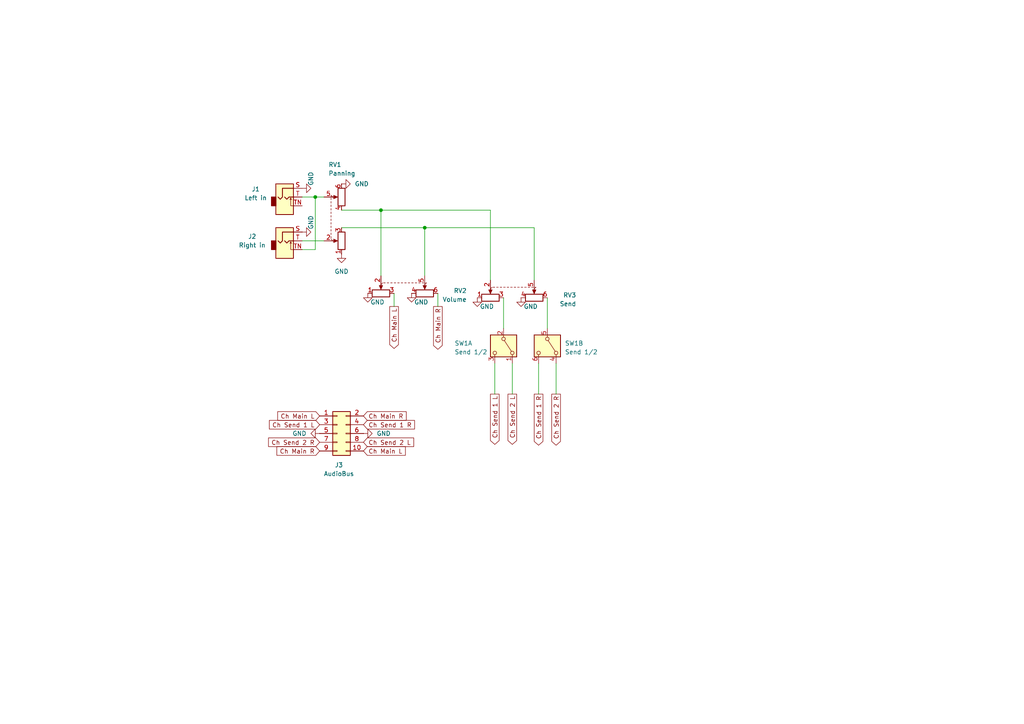
<source format=kicad_sch>
(kicad_sch (version 20231120) (generator "eeschema") (generator_version "8.0")
  (paper "A4")
  (lib_symbols
    (symbol "Connector_Audio:AudioJack2_SwitchT"
      (property "Reference" "J" (at 0 8.89 0))
      (property "Value" "AudioJack2_SwitchT" (at 0 6.35 0))
      (symbol "AudioJack2_SwitchT_0_1"
        (rectangle (start -2.54 0) (end -3.81 -2.54) (stroke (width 0.254)) (fill (type outline)))
        (polyline (pts (xy 1.778 -0.254) (xy 2.032 -0.762)))
        (polyline (pts (xy 0 0) (xy 0.635 -0.635) (xy 1.27 0) (xy 2.54 0)) (stroke (width 0.254)))
        (polyline (pts (xy 2.54 -2.54) (xy 1.778 -2.54) (xy 1.778 -0.254) (xy 1.524 -0.762)))
        (polyline (pts (xy 2.54 2.54) (xy -0.635 2.54) (xy -0.635 0) (xy -1.27 -0.635) (xy -1.905 0)) (stroke (width 0.254)))
        (rectangle (start 2.54 3.81) (end -2.54 -5.08) (stroke (width 0.254)) (fill (type background)))
      )
      (symbol "AudioJack2_SwitchT_1_1"
        (pin passive line (at 5.08 2.54 180) (length 2.54) (name "~") (number "S"))
        (pin passive line (at 5.08 0 180) (length 2.54) (name "~") (number "T"))
        (pin passive line (at 5.08 -2.54 180) (length 2.54) (name "~") (number "TN"))
      )
    )
    (symbol "Connector_Generic:Conn_02x05_Odd_Even" (pin_names (offset 1.016) hide)
      (property "Reference" "J" (at 1.27 7.62 0))
      (property "Value" "Conn_02x05_Odd_Even" (at 1.27 -7.62 0))
      (symbol "Conn_02x05_Odd_Even_1_1"
        (rectangle (start -1.27 -4.953) (end 0 -5.207) (stroke (width 0.1524)))
        (rectangle (start -1.27 -2.413) (end 0 -2.667) (stroke (width 0.1524)))
        (rectangle (start -1.27 0.127) (end 0 -0.127) (stroke (width 0.1524)))
        (rectangle (start -1.27 2.667) (end 0 2.413) (stroke (width 0.1524)))
        (rectangle (start -1.27 5.207) (end 0 4.953) (stroke (width 0.1524)))
        (rectangle (start -1.27 6.35) (end 3.81 -6.35) (stroke (width 0.254)) (fill (type background)))
        (rectangle (start 3.81 -4.953) (end 2.54 -5.207) (stroke (width 0.1524)))
        (rectangle (start 3.81 -2.413) (end 2.54 -2.667) (stroke (width 0.1524)))
        (rectangle (start 3.81 0.127) (end 2.54 -0.127) (stroke (width 0.1524)))
        (rectangle (start 3.81 2.667) (end 2.54 2.413) (stroke (width 0.1524)))
        (rectangle (start 3.81 5.207) (end 2.54 4.953) (stroke (width 0.1524)))
        (pin passive line (at -5.08 5.08 0) (length 3.81) (name "Pin_1") (number "1"))
        (pin passive line (at 7.62 -5.08 180) (length 3.81) (name "Pin_10") (number "10"))
        (pin passive line (at 7.62 5.08 180) (length 3.81) (name "Pin_2") (number "2"))
        (pin passive line (at -5.08 2.54 0) (length 3.81) (name "Pin_3") (number "3"))
        (pin passive line (at 7.62 2.54 180) (length 3.81) (name "Pin_4") (number "4"))
        (pin passive line (at -5.08 0 0) (length 3.81) (name "Pin_5") (number "5"))
        (pin passive line (at 7.62 0 180) (length 3.81) (name "Pin_6") (number "6"))
        (pin passive line (at -5.08 -2.54 0) (length 3.81) (name "Pin_7") (number "7"))
        (pin passive line (at 7.62 -2.54 180) (length 3.81) (name "Pin_8") (number "8"))
        (pin passive line (at -5.08 -5.08 0) (length 3.81) (name "Pin_9") (number "9"))
      )
    )
    (symbol "Device:R_Potentiometer_Dual" (pin_names (offset 1.016) hide)
      (property "Reference" "RV" (at 0 3.81 0))
      (property "Value" "R_Potentiometer_Dual" (at 0 1.905 0))
      (symbol "R_Potentiometer_Dual_0_1"
        (rectangle (start -8.89 -1.524) (end -3.81 -3.556) (stroke (width 0.254)))
        (polyline (pts (xy -6.35 0) (xy -6.35 -1.016)))
        (polyline (pts (xy -6.35 0) (xy -6.35 -1.016)))
        (polyline (pts (xy -6.35 0) (xy -5.842 0.508)))
        (polyline (pts (xy -5.588 0.508) (xy -5.08 0.508)))
        (polyline (pts (xy -4.572 0.508) (xy -4.064 0.508)))
        (polyline (pts (xy -3.556 0.508) (xy -3.048 0.508)))
        (polyline (pts (xy -2.54 0.508) (xy -2.032 0.508)))
        (polyline (pts (xy -1.524 0.508) (xy -1.016 0.508)))
        (polyline (pts (xy -0.508 0.508) (xy 0 0.508)))
        (polyline (pts (xy 0.508 0.508) (xy 1.016 0.508)))
        (polyline (pts (xy 1.524 0.508) (xy 2.032 0.508)))
        (polyline (pts (xy 2.54 0.508) (xy 3.048 0.508)))
        (polyline (pts (xy 3.556 0.508) (xy 4.064 0.508)))
        (polyline (pts (xy 4.572 0.508) (xy 5.08 0.508)))
        (polyline (pts (xy 5.588 0.508) (xy 6.096 0.508)))
        (polyline (pts (xy 6.35 0) (xy 6.35 -1.016)))
        (polyline (pts (xy 6.35 0) (xy 6.35 -1.016)))
        (polyline (pts (xy 6.604 0.508) (xy 6.858 0.508) (xy 6.35 0)))
        (polyline (pts (xy -6.35 -1.397) (xy -6.858 -0.254) (xy -5.842 -0.254) (xy -6.35 -1.397)) (fill (type outline)))
        (polyline (pts (xy 6.35 -1.397) (xy 5.842 -0.254) (xy 6.858 -0.254) (xy 6.35 -1.397)) (fill (type outline)))
        (rectangle (start 3.81 -1.524) (end 8.89 -3.556) (stroke (width 0.254)))
      )
      (symbol "R_Potentiometer_Dual_1_1"
        (pin passive line (at -10.16 -2.54 0) (length 1.27) (name "1") (number "1"))
        (pin passive line (at -6.35 2.54 270) (length 2.54) (name "2") (number "2"))
        (pin passive line (at -2.54 -2.54 180) (length 1.27) (name "3") (number "3"))
        (pin passive line (at 2.54 -2.54 0) (length 1.27) (name "4") (number "4"))
        (pin passive line (at 6.35 2.54 270) (length 2.54) (name "5") (number "5"))
        (pin passive line (at 10.16 -2.54 180) (length 1.27) (name "6") (number "6"))
      )
    )
    (symbol "Switch:SW_DPDT_x2" (pin_names (offset 0) hide)
      (property "Reference" "SW" (at 0 5.08 0))
      (property "Value" "SW_DPDT_x2" (at 0 -5.08 0))
      (symbol "SW_DPDT_x2_0_0"
        (circle (center -2.032 0) (radius 0.508))
        (circle (center 2.032 -2.54) (radius 0.508))
      )
      (symbol "SW_DPDT_x2_0_1"
        (rectangle (start -3.175 3.81) (end 3.175 -3.81) (stroke (width 0.254)) (fill (type background)))
        (polyline (pts (xy -1.524 0.254) (xy 1.5748 2.286)))
        (circle (center 2.032 2.54) (radius 0.508))
      )
      (symbol "SW_DPDT_x2_1_1"
        (pin passive line (at 5.08 2.54 180) (length 2.54) (name "A") (number "1"))
        (pin passive line (at -5.08 0 0) (length 2.54) (name "B") (number "2"))
        (pin passive line (at 5.08 -2.54 180) (length 2.54) (name "C") (number "3"))
      )
      (symbol "SW_DPDT_x2_2_1"
        (pin passive line (at 5.08 2.54 180) (length 2.54) (name "A") (number "4"))
        (pin passive line (at -5.08 0 0) (length 2.54) (name "B") (number "5"))
        (pin passive line (at 5.08 -2.54 180) (length 2.54) (name "C") (number "6"))
      )
    )
    (symbol "power:GND" (power) (pin_numbers hide) (pin_names (offset 0) hide)
      (property "Value" "GND" (at 0 -3.81 0))
      (symbol "GND_0_1"
        (polyline (pts (xy 0 0) (xy 0 -1.27) (xy 1.27 -1.27) (xy 0 -2.54) (xy -1.27 -1.27) (xy 0 -1.27)))
      )
      (symbol "GND_1_1"
        (pin power_in line (at 0 0 270) (length 0) (name "~") (number "1"))
      )
    )
  )
  (junction (at 110.49 60.96))
  (junction (at 123.19 66.04))
  (junction (at 91.44 57.15))
  (wire (pts (xy 142.24 60.96) (xy 110.49 60.96)))
  (wire (pts (xy 91.44 72.39) (xy 91.44 57.15)))
  (wire (pts (xy 148.59 105.41) (xy 148.59 114.3)))
  (wire (pts (xy 87.63 69.85) (xy 93.98 69.85)))
  (wire (pts (xy 154.94 66.04) (xy 123.19 66.04)))
  (wire (pts (xy 158.75 86.36) (xy 158.75 95.25)))
  (wire (pts (xy 146.05 86.36) (xy 146.05 95.25)))
  (wire (pts (xy 161.29 105.41) (xy 161.29 114.3)))
  (wire (pts (xy 127 88.9) (xy 127 85.09)))
  (wire (pts (xy 154.94 66.04) (xy 154.94 81.28)))
  (wire (pts (xy 93.98 57.15) (xy 91.44 57.15)))
  (wire (pts (xy 87.63 72.39) (xy 91.44 72.39)))
  (wire (pts (xy 156.21 114.3) (xy 156.21 105.41)))
  (wire (pts (xy 87.63 57.15) (xy 91.44 57.15)))
  (wire (pts (xy 99.06 60.96) (xy 110.49 60.96)))
  (wire (pts (xy 143.51 114.3) (xy 143.51 105.41)))
  (wire (pts (xy 123.19 66.04) (xy 123.19 80.01)))
  (wire (pts (xy 110.49 60.96) (xy 110.49 80.01)))
  (wire (pts (xy 114.3 88.9) (xy 114.3 85.09)))
  (wire (pts (xy 142.24 81.28) (xy 142.24 60.96)))
  (wire (pts (xy 99.06 66.04) (xy 123.19 66.04)))
  (global_label "Ch Main L" (shape output) (at 114.3 88.9 270) (property "Intersheetrefs" "${INTERSHEET_REFS}" (effects (hide yes))))
  (global_label "Ch Send 2 L" (shape input) (at 105.41 128.27 0) (property "Intersheetrefs" "${INTERSHEET_REFS}" (effects (hide yes))))
  (global_label "Ch Main L" (shape input) (at 92.71 120.65 180) (property "Intersheetrefs" "${INTERSHEET_REFS}" (effects (hide yes))))
  (global_label "Ch Send 1 L" (shape output) (at 143.51 114.3 270) (property "Intersheetrefs" "${INTERSHEET_REFS}" (effects (hide yes))))
  (global_label "Ch Send 2 L" (shape output) (at 148.59 114.3 270) (property "Intersheetrefs" "${INTERSHEET_REFS}" (effects (hide yes))))
  (global_label "Ch Send 1 L" (shape input) (at 92.71 123.19 180) (property "Intersheetrefs" "${INTERSHEET_REFS}" (effects (hide yes))))
  (global_label "Ch Main R" (shape output) (at 127 88.9 270) (property "Intersheetrefs" "${INTERSHEET_REFS}" (effects (hide yes))))
  (global_label "Ch Send 2 R" (shape output) (at 161.29 114.3 270) (property "Intersheetrefs" "${INTERSHEET_REFS}" (effects (hide yes))))
  (global_label "Ch Main R" (shape input) (at 92.71 130.81 180) (property "Intersheetrefs" "${INTERSHEET_REFS}" (effects (hide yes))))
  (global_label "Ch Main L" (shape input) (at 105.41 130.81 0) (property "Intersheetrefs" "${INTERSHEET_REFS}" (effects (hide yes))))
  (global_label "Ch Send 2 R" (shape input) (at 92.71 128.27 180) (property "Intersheetrefs" "${INTERSHEET_REFS}" (effects (hide yes))))
  (global_label "Ch Send 1 R" (shape input) (at 105.41 123.19 0) (property "Intersheetrefs" "${INTERSHEET_REFS}" (effects (hide yes))))
  (global_label "Ch Main R" (shape input) (at 105.41 120.65 0) (property "Intersheetrefs" "${INTERSHEET_REFS}" (effects (hide yes))))
  (global_label "Ch Send 1 R" (shape output) (at 156.21 114.3 270) (property "Intersheetrefs" "${INTERSHEET_REFS}" (effects (hide yes))))
  (symbol (lib_id "power:GND") (at 106.68 85.09 0) (unit 1)
    (property "Reference" "#PWR07" (effects (hide yes)))
    (property "Value" "GND" (at 109.474 87.63 0))
    (property "Description" "Power symbol creates a global label with name \"GND\" , ground" (effects (hide yes)))
  )
  (symbol (lib_id "power:GND") (at 138.43 86.36 0) (unit 1)
    (property "Reference" "#PWR09" (effects (hide yes)))
    (property "Value" "GND" (at 141.224 88.9 0))
    (property "Description" "Power symbol creates a global label with name \"GND\" , ground" (effects (hide yes)))
  )
  (symbol (lib_id "power:GND") (at 99.06 53.34 90) (unit 1)
    (property "Reference" "#PWR05" (effects (hide yes)))
    (property "Value" "GND" (at 102.87 53.3399 90) (effects (justify right)))
    (property "Description" "Power symbol creates a global label with name \"GND\" , ground" (effects (hide yes)))
  )
  (symbol (lib_id "Connector_Generic:Conn_02x05_Odd_Even") (at 97.79 125.73 0) (unit 1)
    (property "Reference" "J3" (at 98.298 134.874 0))
    (property "Value" "AudioBus" (at 98.298 137.414 0))
    (property "Footprint" "mort_mix:Pins_2x05_2.54mm_TH_Europower_shrouded" (effects (hide yes)))
    (property "Description" "Generic connector, double row, 02x05, odd/even pin numbering scheme (row 1 odd numbers, row 2 even numbers), script generated (kicad-library-utils/schlib/autogen/connector/)" (effects (hide yes)))
  )
  (symbol (lib_id "power:GND") (at 99.06 73.66 0) (unit 1)
    (property "Reference" "#PWR06" (effects (hide yes)))
    (property "Value" "GND" (at 99.06 78.74 0))
    (property "Description" "Power symbol creates a global label with name \"GND\" , ground" (effects (hide yes)))
  )
  (symbol (lib_id "Switch:SW_DPDT_x2") (at 158.75 100.33 270) (unit 2)
    (property "Reference" "SW1" (at 163.83 99.568 90) (effects (justify left)))
    (property "Value" "Send 1/2" (at 163.83 102.108 90) (effects (justify left)))
    (property "Footprint" "PCM_4ms_Switch:Switch_Toggle_DPDT_SubMini" (effects (hide yes)))
    (property "Description" "Switch, dual pole double throw, separate symbols" (effects (hide yes)))
  )
  (symbol (lib_id "Device:R_Potentiometer_Dual") (at 96.52 63.5 90) (unit 1)
    (property "Reference" "RV1" (at 95.25 47.752 90) (effects (justify right)))
    (property "Value" "Panning" (at 95.25 50.292 90) (effects (justify right)))
    (property "Footprint" "mort_mix:Potentiometer_Alpha_RD901F-40-00D_dual_Vertical_withhole" (effects (hide yes)))
    (property "Description" "Dual potentiometer" (effects (hide yes)))
  )
  (symbol (lib_id "power:GND") (at 105.41 125.73 90) (unit 1)
    (property "Reference" "#PWR011" (effects (hide yes)))
    (property "Value" "GND" (at 109.22 125.7299 90) (effects (justify right)))
    (property "Description" "Power symbol creates a global label with name \"GND\" , ground" (effects (hide yes)))
  )
  (symbol (lib_id "power:GND") (at 92.71 125.73 270) (unit 1)
    (property "Reference" "#PWR012" (effects (hide yes)))
    (property "Value" "GND" (at 88.9 125.7299 90) (effects (justify right)))
    (property "Description" "Power symbol creates a global label with name \"GND\" , ground" (effects (hide yes)))
  )
  (symbol (lib_id "Device:R_Potentiometer_Dual") (at 148.59 83.82 0) (unit 1)
    (property "Reference" "RV3" (at 167.132 85.598 0) (effects (justify right)))
    (property "Value" "Send" (at 167.132 88.138 0) (effects (justify right)))
    (property "Footprint" "mort_mix:Potentiometer_Alpha_RD901F-40-00D_dual_Vertical_withhole" (effects (hide yes)))
    (property "Description" "Dual potentiometer" (effects (hide yes)))
  )
  (symbol (lib_id "power:GND") (at 151.13 86.36 0) (unit 1)
    (property "Reference" "#PWR010" (effects (hide yes)))
    (property "Value" "GND" (at 153.924 88.9 0))
    (property "Description" "Power symbol creates a global label with name \"GND\" , ground" (effects (hide yes)))
  )
  (symbol (lib_id "Connector_Audio:AudioJack2_SwitchT") (at 82.55 69.85 0) (unit 1)
    (property "Reference" "J2" (at 73.152 68.58 0))
    (property "Value" "Right in" (at 73.152 71.12 0))
    (property "Footprint" "mort_mix:PJ398SM" (effects (hide yes)))
    (property "Description" "Audio Jack, 2 Poles (Mono / TS), Switched T Pole (Normalling)" (effects (hide yes)))
  )
  (symbol (lib_id "Device:R_Potentiometer_Dual") (at 116.84 82.55 0) (unit 1)
    (property "Reference" "RV2" (at 135.382 84.328 0) (effects (justify right)))
    (property "Value" "Volume" (at 135.382 86.868 0) (effects (justify right)))
    (property "Footprint" "mort_mix:Potentiometer_Alpha_RD901F-40-00D_dual_Vertical_withhole" (effects (hide yes)))
    (property "Description" "Dual potentiometer" (effects (hide yes)))
  )
  (symbol (lib_id "Connector_Audio:AudioJack2_SwitchT") (at 82.55 57.15 0) (unit 1)
    (property "Reference" "J1" (at 74.168 54.864 0))
    (property "Value" "Left in" (at 74.168 57.404 0))
    (property "Footprint" "mort_mix:PJ398SM" (effects (hide yes)))
    (property "Description" "Audio Jack, 2 Poles (Mono / TS), Switched T Pole (Normalling)" (effects (hide yes)))
  )
  (symbol (lib_id "power:GND") (at 119.38 85.09 0) (unit 1)
    (property "Reference" "#PWR08" (effects (hide yes)))
    (property "Value" "GND" (at 122.174 87.63 0))
    (property "Description" "Power symbol creates a global label with name \"GND\" , ground" (effects (hide yes)))
  )
  (symbol (lib_id "power:GND") (at 87.63 67.31 90) (unit 1)
    (property "Reference" "#PWR04" (effects (hide yes)))
    (property "Value" "GND" (at 90.17 64.516 0))
    (property "Description" "Power symbol creates a global label with name \"GND\" , ground" (effects (hide yes)))
  )
  (symbol (lib_id "power:GND") (at 87.63 54.61 90) (unit 1)
    (property "Reference" "#PWR03" (effects (hide yes)))
    (property "Value" "GND" (at 90.17 51.816 0))
    (property "Description" "Power symbol creates a global label with name \"GND\" , ground" (effects (hide yes)))
  )
  (symbol (lib_id "Switch:SW_DPDT_x2") (at 146.05 100.33 270) (unit 1)
    (property "Reference" "SW1" (at 131.826 99.568 90) (effects (justify left)))
    (property "Value" "Send 1/2" (at 131.826 102.108 90) (effects (justify left)))
    (property "Footprint" "PCM_4ms_Switch:Switch_Toggle_DPDT_SubMini" (effects (hide yes)))
    (property "Description" "Switch, dual pole double throw, separate symbols" (effects (hide yes)))
  )
)
</source>
